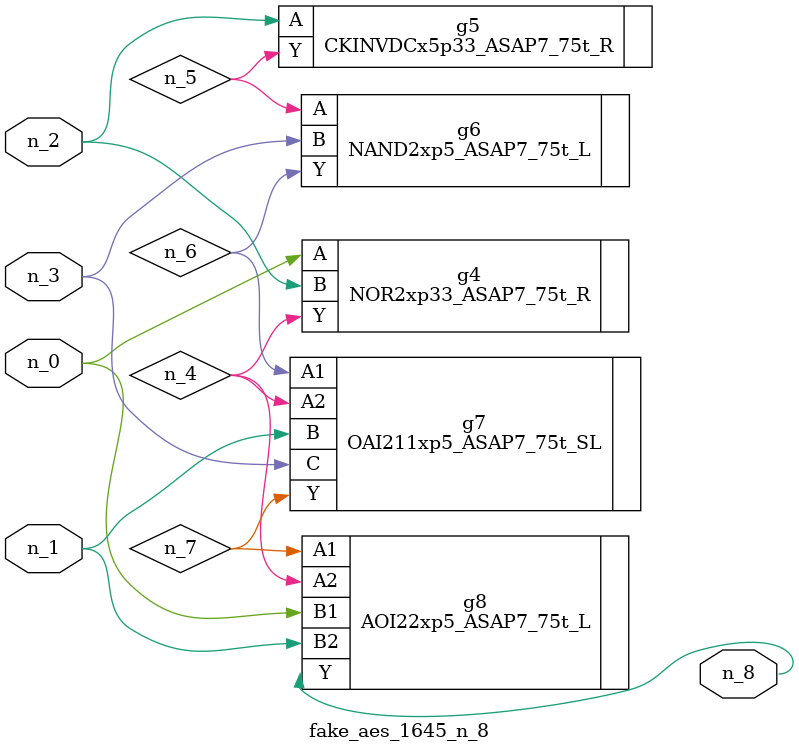
<source format=v>
module fake_aes_1645_n_8 (n_3, n_1, n_2, n_0, n_8);
input n_3;
input n_1;
input n_2;
input n_0;
output n_8;
wire n_6;
wire n_4;
wire n_5;
wire n_7;
NOR2xp33_ASAP7_75t_R g4 ( .A(n_0), .B(n_2), .Y(n_4) );
CKINVDCx5p33_ASAP7_75t_R g5 ( .A(n_2), .Y(n_5) );
NAND2xp5_ASAP7_75t_L g6 ( .A(n_5), .B(n_3), .Y(n_6) );
OAI211xp5_ASAP7_75t_SL g7 ( .A1(n_6), .A2(n_4), .B(n_1), .C(n_3), .Y(n_7) );
AOI22xp5_ASAP7_75t_L g8 ( .A1(n_7), .A2(n_4), .B1(n_0), .B2(n_1), .Y(n_8) );
endmodule
</source>
